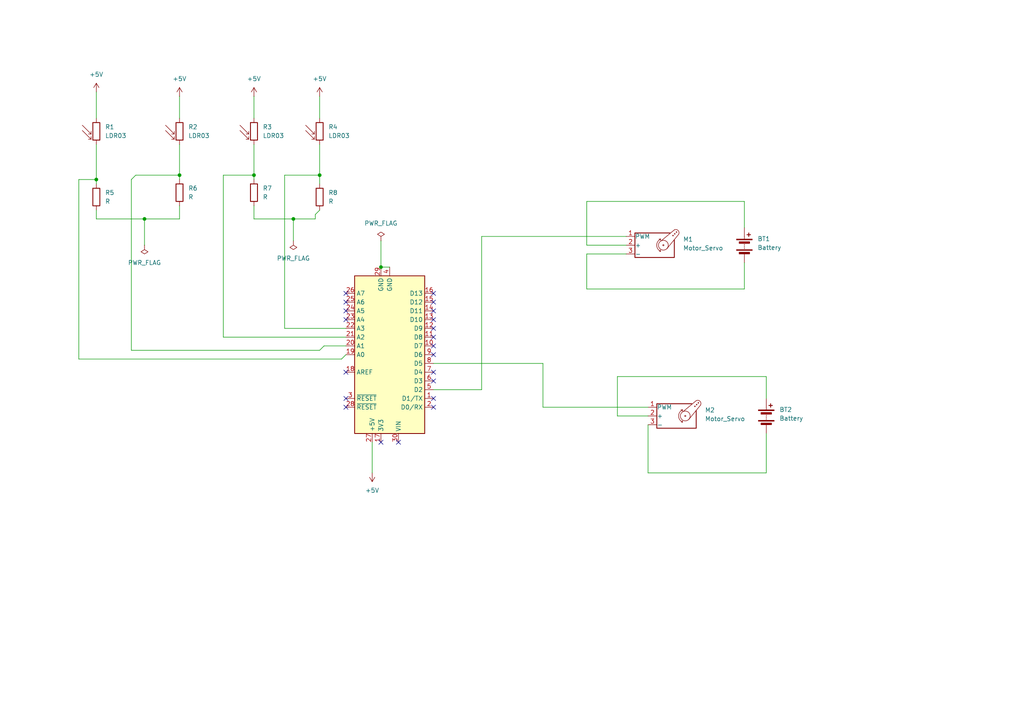
<source format=kicad_sch>
(kicad_sch
	(version 20231120)
	(generator "eeschema")
	(generator_version "8.0")
	(uuid "d4513de3-a094-4852-9197-9f4d20623f1d")
	(paper "A4")
	(lib_symbols
		(symbol "Device:Battery"
			(pin_numbers hide)
			(pin_names
				(offset 0) hide)
			(exclude_from_sim no)
			(in_bom yes)
			(on_board yes)
			(property "Reference" "BT"
				(at 2.54 2.54 0)
				(effects
					(font
						(size 1.27 1.27)
					)
					(justify left)
				)
			)
			(property "Value" "Battery"
				(at 2.54 0 0)
				(effects
					(font
						(size 1.27 1.27)
					)
					(justify left)
				)
			)
			(property "Footprint" ""
				(at 0 1.524 90)
				(effects
					(font
						(size 1.27 1.27)
					)
					(hide yes)
				)
			)
			(property "Datasheet" "~"
				(at 0 1.524 90)
				(effects
					(font
						(size 1.27 1.27)
					)
					(hide yes)
				)
			)
			(property "Description" "Multiple-cell battery"
				(at 0 0 0)
				(effects
					(font
						(size 1.27 1.27)
					)
					(hide yes)
				)
			)
			(property "ki_keywords" "batt voltage-source cell"
				(at 0 0 0)
				(effects
					(font
						(size 1.27 1.27)
					)
					(hide yes)
				)
			)
			(symbol "Battery_0_1"
				(rectangle
					(start -2.286 -1.27)
					(end 2.286 -1.524)
					(stroke
						(width 0)
						(type default)
					)
					(fill
						(type outline)
					)
				)
				(rectangle
					(start -2.286 1.778)
					(end 2.286 1.524)
					(stroke
						(width 0)
						(type default)
					)
					(fill
						(type outline)
					)
				)
				(rectangle
					(start -1.524 -2.032)
					(end 1.524 -2.54)
					(stroke
						(width 0)
						(type default)
					)
					(fill
						(type outline)
					)
				)
				(rectangle
					(start -1.524 1.016)
					(end 1.524 0.508)
					(stroke
						(width 0)
						(type default)
					)
					(fill
						(type outline)
					)
				)
				(polyline
					(pts
						(xy 0 -1.016) (xy 0 -0.762)
					)
					(stroke
						(width 0)
						(type default)
					)
					(fill
						(type none)
					)
				)
				(polyline
					(pts
						(xy 0 -0.508) (xy 0 -0.254)
					)
					(stroke
						(width 0)
						(type default)
					)
					(fill
						(type none)
					)
				)
				(polyline
					(pts
						(xy 0 0) (xy 0 0.254)
					)
					(stroke
						(width 0)
						(type default)
					)
					(fill
						(type none)
					)
				)
				(polyline
					(pts
						(xy 0 1.778) (xy 0 2.54)
					)
					(stroke
						(width 0)
						(type default)
					)
					(fill
						(type none)
					)
				)
				(polyline
					(pts
						(xy 0.762 3.048) (xy 1.778 3.048)
					)
					(stroke
						(width 0.254)
						(type default)
					)
					(fill
						(type none)
					)
				)
				(polyline
					(pts
						(xy 1.27 3.556) (xy 1.27 2.54)
					)
					(stroke
						(width 0.254)
						(type default)
					)
					(fill
						(type none)
					)
				)
			)
			(symbol "Battery_1_1"
				(pin passive line
					(at 0 5.08 270)
					(length 2.54)
					(name "+"
						(effects
							(font
								(size 1.27 1.27)
							)
						)
					)
					(number "1"
						(effects
							(font
								(size 1.27 1.27)
							)
						)
					)
				)
				(pin passive line
					(at 0 -5.08 90)
					(length 2.54)
					(name "-"
						(effects
							(font
								(size 1.27 1.27)
							)
						)
					)
					(number "2"
						(effects
							(font
								(size 1.27 1.27)
							)
						)
					)
				)
			)
		)
		(symbol "Device:R"
			(pin_numbers hide)
			(pin_names
				(offset 0)
			)
			(exclude_from_sim no)
			(in_bom yes)
			(on_board yes)
			(property "Reference" "R"
				(at 2.032 0 90)
				(effects
					(font
						(size 1.27 1.27)
					)
				)
			)
			(property "Value" "R"
				(at 0 0 90)
				(effects
					(font
						(size 1.27 1.27)
					)
				)
			)
			(property "Footprint" ""
				(at -1.778 0 90)
				(effects
					(font
						(size 1.27 1.27)
					)
					(hide yes)
				)
			)
			(property "Datasheet" "~"
				(at 0 0 0)
				(effects
					(font
						(size 1.27 1.27)
					)
					(hide yes)
				)
			)
			(property "Description" "Resistor"
				(at 0 0 0)
				(effects
					(font
						(size 1.27 1.27)
					)
					(hide yes)
				)
			)
			(property "ki_keywords" "R res resistor"
				(at 0 0 0)
				(effects
					(font
						(size 1.27 1.27)
					)
					(hide yes)
				)
			)
			(property "ki_fp_filters" "R_*"
				(at 0 0 0)
				(effects
					(font
						(size 1.27 1.27)
					)
					(hide yes)
				)
			)
			(symbol "R_0_1"
				(rectangle
					(start -1.016 -2.54)
					(end 1.016 2.54)
					(stroke
						(width 0.254)
						(type default)
					)
					(fill
						(type none)
					)
				)
			)
			(symbol "R_1_1"
				(pin passive line
					(at 0 3.81 270)
					(length 1.27)
					(name "~"
						(effects
							(font
								(size 1.27 1.27)
							)
						)
					)
					(number "1"
						(effects
							(font
								(size 1.27 1.27)
							)
						)
					)
				)
				(pin passive line
					(at 0 -3.81 90)
					(length 1.27)
					(name "~"
						(effects
							(font
								(size 1.27 1.27)
							)
						)
					)
					(number "2"
						(effects
							(font
								(size 1.27 1.27)
							)
						)
					)
				)
			)
		)
		(symbol "MCU_Module:Arduino_Nano_v2.x"
			(exclude_from_sim no)
			(in_bom yes)
			(on_board yes)
			(property "Reference" "A"
				(at -10.16 23.495 0)
				(effects
					(font
						(size 1.27 1.27)
					)
					(justify left bottom)
				)
			)
			(property "Value" "Arduino_Nano_v2.x"
				(at 5.08 -24.13 0)
				(effects
					(font
						(size 1.27 1.27)
					)
					(justify left top)
				)
			)
			(property "Footprint" "Module:Arduino_Nano"
				(at 0 0 0)
				(effects
					(font
						(size 1.27 1.27)
						(italic yes)
					)
					(hide yes)
				)
			)
			(property "Datasheet" "https://www.arduino.cc/en/uploads/Main/ArduinoNanoManual23.pdf"
				(at 0 0 0)
				(effects
					(font
						(size 1.27 1.27)
					)
					(hide yes)
				)
			)
			(property "Description" "Arduino Nano v2.x"
				(at 0 0 0)
				(effects
					(font
						(size 1.27 1.27)
					)
					(hide yes)
				)
			)
			(property "ki_keywords" "Arduino nano microcontroller module USB"
				(at 0 0 0)
				(effects
					(font
						(size 1.27 1.27)
					)
					(hide yes)
				)
			)
			(property "ki_fp_filters" "Arduino*Nano*"
				(at 0 0 0)
				(effects
					(font
						(size 1.27 1.27)
					)
					(hide yes)
				)
			)
			(symbol "Arduino_Nano_v2.x_0_1"
				(rectangle
					(start -10.16 22.86)
					(end 10.16 -22.86)
					(stroke
						(width 0.254)
						(type default)
					)
					(fill
						(type background)
					)
				)
			)
			(symbol "Arduino_Nano_v2.x_1_1"
				(pin bidirectional line
					(at -12.7 12.7 0)
					(length 2.54)
					(name "D1/TX"
						(effects
							(font
								(size 1.27 1.27)
							)
						)
					)
					(number "1"
						(effects
							(font
								(size 1.27 1.27)
							)
						)
					)
				)
				(pin bidirectional line
					(at -12.7 -2.54 0)
					(length 2.54)
					(name "D7"
						(effects
							(font
								(size 1.27 1.27)
							)
						)
					)
					(number "10"
						(effects
							(font
								(size 1.27 1.27)
							)
						)
					)
				)
				(pin bidirectional line
					(at -12.7 -5.08 0)
					(length 2.54)
					(name "D8"
						(effects
							(font
								(size 1.27 1.27)
							)
						)
					)
					(number "11"
						(effects
							(font
								(size 1.27 1.27)
							)
						)
					)
				)
				(pin bidirectional line
					(at -12.7 -7.62 0)
					(length 2.54)
					(name "D9"
						(effects
							(font
								(size 1.27 1.27)
							)
						)
					)
					(number "12"
						(effects
							(font
								(size 1.27 1.27)
							)
						)
					)
				)
				(pin bidirectional line
					(at -12.7 -10.16 0)
					(length 2.54)
					(name "D10"
						(effects
							(font
								(size 1.27 1.27)
							)
						)
					)
					(number "13"
						(effects
							(font
								(size 1.27 1.27)
							)
						)
					)
				)
				(pin bidirectional line
					(at -12.7 -12.7 0)
					(length 2.54)
					(name "D11"
						(effects
							(font
								(size 1.27 1.27)
							)
						)
					)
					(number "14"
						(effects
							(font
								(size 1.27 1.27)
							)
						)
					)
				)
				(pin bidirectional line
					(at -12.7 -15.24 0)
					(length 2.54)
					(name "D12"
						(effects
							(font
								(size 1.27 1.27)
							)
						)
					)
					(number "15"
						(effects
							(font
								(size 1.27 1.27)
							)
						)
					)
				)
				(pin bidirectional line
					(at -12.7 -17.78 0)
					(length 2.54)
					(name "D13"
						(effects
							(font
								(size 1.27 1.27)
							)
						)
					)
					(number "16"
						(effects
							(font
								(size 1.27 1.27)
							)
						)
					)
				)
				(pin power_out line
					(at 2.54 25.4 270)
					(length 2.54)
					(name "3V3"
						(effects
							(font
								(size 1.27 1.27)
							)
						)
					)
					(number "17"
						(effects
							(font
								(size 1.27 1.27)
							)
						)
					)
				)
				(pin input line
					(at 12.7 5.08 180)
					(length 2.54)
					(name "AREF"
						(effects
							(font
								(size 1.27 1.27)
							)
						)
					)
					(number "18"
						(effects
							(font
								(size 1.27 1.27)
							)
						)
					)
				)
				(pin bidirectional line
					(at 12.7 0 180)
					(length 2.54)
					(name "A0"
						(effects
							(font
								(size 1.27 1.27)
							)
						)
					)
					(number "19"
						(effects
							(font
								(size 1.27 1.27)
							)
						)
					)
				)
				(pin bidirectional line
					(at -12.7 15.24 0)
					(length 2.54)
					(name "D0/RX"
						(effects
							(font
								(size 1.27 1.27)
							)
						)
					)
					(number "2"
						(effects
							(font
								(size 1.27 1.27)
							)
						)
					)
				)
				(pin bidirectional line
					(at 12.7 -2.54 180)
					(length 2.54)
					(name "A1"
						(effects
							(font
								(size 1.27 1.27)
							)
						)
					)
					(number "20"
						(effects
							(font
								(size 1.27 1.27)
							)
						)
					)
				)
				(pin bidirectional line
					(at 12.7 -5.08 180)
					(length 2.54)
					(name "A2"
						(effects
							(font
								(size 1.27 1.27)
							)
						)
					)
					(number "21"
						(effects
							(font
								(size 1.27 1.27)
							)
						)
					)
				)
				(pin bidirectional line
					(at 12.7 -7.62 180)
					(length 2.54)
					(name "A3"
						(effects
							(font
								(size 1.27 1.27)
							)
						)
					)
					(number "22"
						(effects
							(font
								(size 1.27 1.27)
							)
						)
					)
				)
				(pin bidirectional line
					(at 12.7 -10.16 180)
					(length 2.54)
					(name "A4"
						(effects
							(font
								(size 1.27 1.27)
							)
						)
					)
					(number "23"
						(effects
							(font
								(size 1.27 1.27)
							)
						)
					)
				)
				(pin bidirectional line
					(at 12.7 -12.7 180)
					(length 2.54)
					(name "A5"
						(effects
							(font
								(size 1.27 1.27)
							)
						)
					)
					(number "24"
						(effects
							(font
								(size 1.27 1.27)
							)
						)
					)
				)
				(pin bidirectional line
					(at 12.7 -15.24 180)
					(length 2.54)
					(name "A6"
						(effects
							(font
								(size 1.27 1.27)
							)
						)
					)
					(number "25"
						(effects
							(font
								(size 1.27 1.27)
							)
						)
					)
				)
				(pin bidirectional line
					(at 12.7 -17.78 180)
					(length 2.54)
					(name "A7"
						(effects
							(font
								(size 1.27 1.27)
							)
						)
					)
					(number "26"
						(effects
							(font
								(size 1.27 1.27)
							)
						)
					)
				)
				(pin power_out line
					(at 5.08 25.4 270)
					(length 2.54)
					(name "+5V"
						(effects
							(font
								(size 1.27 1.27)
							)
						)
					)
					(number "27"
						(effects
							(font
								(size 1.27 1.27)
							)
						)
					)
				)
				(pin input line
					(at 12.7 15.24 180)
					(length 2.54)
					(name "~{RESET}"
						(effects
							(font
								(size 1.27 1.27)
							)
						)
					)
					(number "28"
						(effects
							(font
								(size 1.27 1.27)
							)
						)
					)
				)
				(pin power_in line
					(at 2.54 -25.4 90)
					(length 2.54)
					(name "GND"
						(effects
							(font
								(size 1.27 1.27)
							)
						)
					)
					(number "29"
						(effects
							(font
								(size 1.27 1.27)
							)
						)
					)
				)
				(pin input line
					(at 12.7 12.7 180)
					(length 2.54)
					(name "~{RESET}"
						(effects
							(font
								(size 1.27 1.27)
							)
						)
					)
					(number "3"
						(effects
							(font
								(size 1.27 1.27)
							)
						)
					)
				)
				(pin power_in line
					(at -2.54 25.4 270)
					(length 2.54)
					(name "VIN"
						(effects
							(font
								(size 1.27 1.27)
							)
						)
					)
					(number "30"
						(effects
							(font
								(size 1.27 1.27)
							)
						)
					)
				)
				(pin power_in line
					(at 0 -25.4 90)
					(length 2.54)
					(name "GND"
						(effects
							(font
								(size 1.27 1.27)
							)
						)
					)
					(number "4"
						(effects
							(font
								(size 1.27 1.27)
							)
						)
					)
				)
				(pin bidirectional line
					(at -12.7 10.16 0)
					(length 2.54)
					(name "D2"
						(effects
							(font
								(size 1.27 1.27)
							)
						)
					)
					(number "5"
						(effects
							(font
								(size 1.27 1.27)
							)
						)
					)
				)
				(pin bidirectional line
					(at -12.7 7.62 0)
					(length 2.54)
					(name "D3"
						(effects
							(font
								(size 1.27 1.27)
							)
						)
					)
					(number "6"
						(effects
							(font
								(size 1.27 1.27)
							)
						)
					)
				)
				(pin bidirectional line
					(at -12.7 5.08 0)
					(length 2.54)
					(name "D4"
						(effects
							(font
								(size 1.27 1.27)
							)
						)
					)
					(number "7"
						(effects
							(font
								(size 1.27 1.27)
							)
						)
					)
				)
				(pin bidirectional line
					(at -12.7 2.54 0)
					(length 2.54)
					(name "D5"
						(effects
							(font
								(size 1.27 1.27)
							)
						)
					)
					(number "8"
						(effects
							(font
								(size 1.27 1.27)
							)
						)
					)
				)
				(pin bidirectional line
					(at -12.7 0 0)
					(length 2.54)
					(name "D6"
						(effects
							(font
								(size 1.27 1.27)
							)
						)
					)
					(number "9"
						(effects
							(font
								(size 1.27 1.27)
							)
						)
					)
				)
			)
		)
		(symbol "Motor:Motor_Servo"
			(pin_names
				(offset 0.0254)
			)
			(exclude_from_sim no)
			(in_bom yes)
			(on_board yes)
			(property "Reference" "M"
				(at -5.08 4.445 0)
				(effects
					(font
						(size 1.27 1.27)
					)
					(justify left)
				)
			)
			(property "Value" "Motor_Servo"
				(at -5.08 -4.064 0)
				(effects
					(font
						(size 1.27 1.27)
					)
					(justify left top)
				)
			)
			(property "Footprint" ""
				(at 0 -4.826 0)
				(effects
					(font
						(size 1.27 1.27)
					)
					(hide yes)
				)
			)
			(property "Datasheet" "http://forums.parallax.com/uploads/attachments/46831/74481.png"
				(at 0 -4.826 0)
				(effects
					(font
						(size 1.27 1.27)
					)
					(hide yes)
				)
			)
			(property "Description" "Servo Motor (Futaba, HiTec, JR connector)"
				(at 0 0 0)
				(effects
					(font
						(size 1.27 1.27)
					)
					(hide yes)
				)
			)
			(property "ki_keywords" "Servo Motor"
				(at 0 0 0)
				(effects
					(font
						(size 1.27 1.27)
					)
					(hide yes)
				)
			)
			(property "ki_fp_filters" "PinHeader*P2.54mm*"
				(at 0 0 0)
				(effects
					(font
						(size 1.27 1.27)
					)
					(hide yes)
				)
			)
			(symbol "Motor_Servo_0_1"
				(polyline
					(pts
						(xy 2.413 -1.778) (xy 2.032 -1.778)
					)
					(stroke
						(width 0)
						(type default)
					)
					(fill
						(type none)
					)
				)
				(polyline
					(pts
						(xy 2.413 -1.778) (xy 2.286 -1.397)
					)
					(stroke
						(width 0)
						(type default)
					)
					(fill
						(type none)
					)
				)
				(polyline
					(pts
						(xy 2.413 1.778) (xy 1.905 1.778)
					)
					(stroke
						(width 0)
						(type default)
					)
					(fill
						(type none)
					)
				)
				(polyline
					(pts
						(xy 2.413 1.778) (xy 2.286 1.397)
					)
					(stroke
						(width 0)
						(type default)
					)
					(fill
						(type none)
					)
				)
				(polyline
					(pts
						(xy 6.35 4.445) (xy 2.54 1.27)
					)
					(stroke
						(width 0)
						(type default)
					)
					(fill
						(type none)
					)
				)
				(polyline
					(pts
						(xy 7.62 3.175) (xy 4.191 -1.016)
					)
					(stroke
						(width 0)
						(type default)
					)
					(fill
						(type none)
					)
				)
				(polyline
					(pts
						(xy 5.08 3.556) (xy -5.08 3.556) (xy -5.08 -3.556) (xy 6.35 -3.556) (xy 6.35 1.524)
					)
					(stroke
						(width 0.254)
						(type default)
					)
					(fill
						(type none)
					)
				)
				(arc
					(start 2.413 1.778)
					(mid 1.2406 0)
					(end 2.413 -1.778)
					(stroke
						(width 0)
						(type default)
					)
					(fill
						(type none)
					)
				)
				(circle
					(center 3.175 0)
					(radius 0.1778)
					(stroke
						(width 0)
						(type default)
					)
					(fill
						(type none)
					)
				)
				(circle
					(center 3.175 0)
					(radius 1.4224)
					(stroke
						(width 0)
						(type default)
					)
					(fill
						(type none)
					)
				)
				(circle
					(center 5.969 2.794)
					(radius 0.127)
					(stroke
						(width 0)
						(type default)
					)
					(fill
						(type none)
					)
				)
				(circle
					(center 6.477 3.302)
					(radius 0.127)
					(stroke
						(width 0)
						(type default)
					)
					(fill
						(type none)
					)
				)
				(circle
					(center 6.985 3.81)
					(radius 0.127)
					(stroke
						(width 0)
						(type default)
					)
					(fill
						(type none)
					)
				)
				(arc
					(start 7.62 3.175)
					(mid 7.4485 4.2735)
					(end 6.35 4.445)
					(stroke
						(width 0)
						(type default)
					)
					(fill
						(type none)
					)
				)
			)
			(symbol "Motor_Servo_1_1"
				(pin passive line
					(at -7.62 2.54 0)
					(length 2.54)
					(name "PWM"
						(effects
							(font
								(size 1.27 1.27)
							)
						)
					)
					(number "1"
						(effects
							(font
								(size 1.27 1.27)
							)
						)
					)
				)
				(pin passive line
					(at -7.62 0 0)
					(length 2.54)
					(name "+"
						(effects
							(font
								(size 1.27 1.27)
							)
						)
					)
					(number "2"
						(effects
							(font
								(size 1.27 1.27)
							)
						)
					)
				)
				(pin passive line
					(at -7.62 -2.54 0)
					(length 2.54)
					(name "-"
						(effects
							(font
								(size 1.27 1.27)
							)
						)
					)
					(number "3"
						(effects
							(font
								(size 1.27 1.27)
							)
						)
					)
				)
			)
		)
		(symbol "Sensor_Optical:LDR03"
			(pin_numbers hide)
			(pin_names
				(offset 0)
			)
			(exclude_from_sim no)
			(in_bom yes)
			(on_board yes)
			(property "Reference" "R"
				(at -5.08 0 90)
				(effects
					(font
						(size 1.27 1.27)
					)
				)
			)
			(property "Value" "LDR03"
				(at 1.905 0 90)
				(effects
					(font
						(size 1.27 1.27)
					)
					(justify top)
				)
			)
			(property "Footprint" "OptoDevice:R_LDR_10x8.5mm_P7.6mm_Vertical"
				(at 4.445 0 90)
				(effects
					(font
						(size 1.27 1.27)
					)
					(hide yes)
				)
			)
			(property "Datasheet" "http://www.elektronica-componenten.nl/WebRoot/StoreNL/Shops/61422969/54F1/BA0C/C664/31B9/2173/C0A8/2AB9/2AEF/LDR03IMP.pdf"
				(at 0 -1.27 0)
				(effects
					(font
						(size 1.27 1.27)
					)
					(hide yes)
				)
			)
			(property "Description" "light dependent resistor"
				(at 0 0 0)
				(effects
					(font
						(size 1.27 1.27)
					)
					(hide yes)
				)
			)
			(property "ki_keywords" "light dependent photo resistor LDR"
				(at 0 0 0)
				(effects
					(font
						(size 1.27 1.27)
					)
					(hide yes)
				)
			)
			(property "ki_fp_filters" "R*LDR*10x8.5mm*P7.6mm*"
				(at 0 0 0)
				(effects
					(font
						(size 1.27 1.27)
					)
					(hide yes)
				)
			)
			(symbol "LDR03_0_1"
				(rectangle
					(start -1.016 2.54)
					(end 1.016 -2.54)
					(stroke
						(width 0.254)
						(type default)
					)
					(fill
						(type none)
					)
				)
				(polyline
					(pts
						(xy -1.524 -2.286) (xy -4.064 0.254)
					)
					(stroke
						(width 0)
						(type default)
					)
					(fill
						(type none)
					)
				)
				(polyline
					(pts
						(xy -1.524 -2.286) (xy -2.286 -2.286)
					)
					(stroke
						(width 0)
						(type default)
					)
					(fill
						(type none)
					)
				)
				(polyline
					(pts
						(xy -1.524 -2.286) (xy -1.524 -1.524)
					)
					(stroke
						(width 0)
						(type default)
					)
					(fill
						(type none)
					)
				)
				(polyline
					(pts
						(xy -1.524 -0.762) (xy -4.064 1.778)
					)
					(stroke
						(width 0)
						(type default)
					)
					(fill
						(type none)
					)
				)
				(polyline
					(pts
						(xy -1.524 -0.762) (xy -2.286 -0.762)
					)
					(stroke
						(width 0)
						(type default)
					)
					(fill
						(type none)
					)
				)
				(polyline
					(pts
						(xy -1.524 -0.762) (xy -1.524 0)
					)
					(stroke
						(width 0)
						(type default)
					)
					(fill
						(type none)
					)
				)
			)
			(symbol "LDR03_1_1"
				(pin passive line
					(at 0 3.81 270)
					(length 1.27)
					(name "~"
						(effects
							(font
								(size 1.27 1.27)
							)
						)
					)
					(number "1"
						(effects
							(font
								(size 1.27 1.27)
							)
						)
					)
				)
				(pin passive line
					(at 0 -3.81 90)
					(length 1.27)
					(name "~"
						(effects
							(font
								(size 1.27 1.27)
							)
						)
					)
					(number "2"
						(effects
							(font
								(size 1.27 1.27)
							)
						)
					)
				)
			)
		)
		(symbol "power:+5V"
			(power)
			(pin_numbers hide)
			(pin_names
				(offset 0) hide)
			(exclude_from_sim no)
			(in_bom yes)
			(on_board yes)
			(property "Reference" "#PWR"
				(at 0 -3.81 0)
				(effects
					(font
						(size 1.27 1.27)
					)
					(hide yes)
				)
			)
			(property "Value" "+5V"
				(at 0 3.556 0)
				(effects
					(font
						(size 1.27 1.27)
					)
				)
			)
			(property "Footprint" ""
				(at 0 0 0)
				(effects
					(font
						(size 1.27 1.27)
					)
					(hide yes)
				)
			)
			(property "Datasheet" ""
				(at 0 0 0)
				(effects
					(font
						(size 1.27 1.27)
					)
					(hide yes)
				)
			)
			(property "Description" "Power symbol creates a global label with name \"+5V\""
				(at 0 0 0)
				(effects
					(font
						(size 1.27 1.27)
					)
					(hide yes)
				)
			)
			(property "ki_keywords" "global power"
				(at 0 0 0)
				(effects
					(font
						(size 1.27 1.27)
					)
					(hide yes)
				)
			)
			(symbol "+5V_0_1"
				(polyline
					(pts
						(xy -0.762 1.27) (xy 0 2.54)
					)
					(stroke
						(width 0)
						(type default)
					)
					(fill
						(type none)
					)
				)
				(polyline
					(pts
						(xy 0 0) (xy 0 2.54)
					)
					(stroke
						(width 0)
						(type default)
					)
					(fill
						(type none)
					)
				)
				(polyline
					(pts
						(xy 0 2.54) (xy 0.762 1.27)
					)
					(stroke
						(width 0)
						(type default)
					)
					(fill
						(type none)
					)
				)
			)
			(symbol "+5V_1_1"
				(pin power_in line
					(at 0 0 90)
					(length 0)
					(name "~"
						(effects
							(font
								(size 1.27 1.27)
							)
						)
					)
					(number "1"
						(effects
							(font
								(size 1.27 1.27)
							)
						)
					)
				)
			)
		)
		(symbol "power:PWR_FLAG"
			(power)
			(pin_numbers hide)
			(pin_names
				(offset 0) hide)
			(exclude_from_sim no)
			(in_bom yes)
			(on_board yes)
			(property "Reference" "#FLG"
				(at 0 1.905 0)
				(effects
					(font
						(size 1.27 1.27)
					)
					(hide yes)
				)
			)
			(property "Value" "PWR_FLAG"
				(at 0 3.81 0)
				(effects
					(font
						(size 1.27 1.27)
					)
				)
			)
			(property "Footprint" ""
				(at 0 0 0)
				(effects
					(font
						(size 1.27 1.27)
					)
					(hide yes)
				)
			)
			(property "Datasheet" "~"
				(at 0 0 0)
				(effects
					(font
						(size 1.27 1.27)
					)
					(hide yes)
				)
			)
			(property "Description" "Special symbol for telling ERC where power comes from"
				(at 0 0 0)
				(effects
					(font
						(size 1.27 1.27)
					)
					(hide yes)
				)
			)
			(property "ki_keywords" "flag power"
				(at 0 0 0)
				(effects
					(font
						(size 1.27 1.27)
					)
					(hide yes)
				)
			)
			(symbol "PWR_FLAG_0_0"
				(pin power_out line
					(at 0 0 90)
					(length 0)
					(name "~"
						(effects
							(font
								(size 1.27 1.27)
							)
						)
					)
					(number "1"
						(effects
							(font
								(size 1.27 1.27)
							)
						)
					)
				)
			)
			(symbol "PWR_FLAG_0_1"
				(polyline
					(pts
						(xy 0 0) (xy 0 1.27) (xy -1.016 1.905) (xy 0 2.54) (xy 1.016 1.905) (xy 0 1.27)
					)
					(stroke
						(width 0)
						(type default)
					)
					(fill
						(type none)
					)
				)
			)
		)
	)
	(junction
		(at 27.94 52.07)
		(diameter 0)
		(color 0 0 0 0)
		(uuid "02d62d43-d169-4961-b974-5a6009ae7a4a")
	)
	(junction
		(at 52.07 50.8)
		(diameter 0)
		(color 0 0 0 0)
		(uuid "1fa00109-31f1-40f8-9880-d7f471cc2e86")
	)
	(junction
		(at 41.91 63.5)
		(diameter 0)
		(color 0 0 0 0)
		(uuid "31eb457f-52b3-48ff-9b0e-58d12d575427")
	)
	(junction
		(at 92.71 50.8)
		(diameter 0)
		(color 0 0 0 0)
		(uuid "3c5d61e7-3fc3-462f-bc46-6d8caefeea49")
	)
	(junction
		(at 110.49 77.47)
		(diameter 0)
		(color 0 0 0 0)
		(uuid "77f95ba8-f2fe-4f69-944e-9ab43b08a09f")
	)
	(junction
		(at 85.09 63.5)
		(diameter 0)
		(color 0 0 0 0)
		(uuid "96d806c1-66e4-4abd-8911-a518a00f5823")
	)
	(junction
		(at 73.66 50.8)
		(diameter 0)
		(color 0 0 0 0)
		(uuid "d3ff85c6-8a93-4668-98df-f8dd8da27e21")
	)
	(no_connect
		(at 115.57 128.27)
		(uuid "20c19c97-e5c7-4b3e-b61c-eb3c7a5db201")
	)
	(no_connect
		(at 110.49 128.27)
		(uuid "2849f8d4-f4f3-4344-b8a0-1a0f43c34434")
	)
	(no_connect
		(at 100.33 115.57)
		(uuid "3f143926-970e-44d4-ae9d-5a6bdbd72086")
	)
	(no_connect
		(at 125.73 92.71)
		(uuid "4d52b62b-187e-4eb7-b084-5d87206a8a5e")
	)
	(no_connect
		(at 100.33 87.63)
		(uuid "4ee2912a-0f36-43b8-995d-2772c3533630")
	)
	(no_connect
		(at 125.73 95.25)
		(uuid "50eef83a-16bb-41c0-a9c7-22d7b029fa53")
	)
	(no_connect
		(at 125.73 90.17)
		(uuid "5654e38f-95cc-4a53-99ee-35cbbfe25df8")
	)
	(no_connect
		(at 125.73 97.79)
		(uuid "5d188049-c47d-4039-9c6d-50028410eaef")
	)
	(no_connect
		(at 125.73 102.87)
		(uuid "60d82d28-15ca-4c0f-a5db-9de491dd5b22")
	)
	(no_connect
		(at 125.73 118.11)
		(uuid "79a53705-17bc-4ee6-8527-b793af64ca93")
	)
	(no_connect
		(at 125.73 85.09)
		(uuid "84b9c46a-4ee4-4b98-bd0e-372e83a7a9c7")
	)
	(no_connect
		(at 100.33 118.11)
		(uuid "8b1b7ca8-ee83-424d-bf44-88d50f10c400")
	)
	(no_connect
		(at 100.33 90.17)
		(uuid "8f9c352a-6da0-4307-a417-aaca5af8585c")
	)
	(no_connect
		(at 125.73 100.33)
		(uuid "98420169-8cf7-4e4f-a894-20f070330f48")
	)
	(no_connect
		(at 100.33 107.95)
		(uuid "b62e5f27-7b8d-40b5-962f-59928ea77881")
	)
	(no_connect
		(at 100.33 92.71)
		(uuid "b7883b97-c8d3-41d0-889c-4fbc4243a40a")
	)
	(no_connect
		(at 100.33 85.09)
		(uuid "ba77981c-5103-4fcf-9a2c-d5e9d8a7eae5")
	)
	(no_connect
		(at 125.73 87.63)
		(uuid "e4e6ab39-48d0-41a7-b375-2eb5e7d1be83")
	)
	(no_connect
		(at 125.73 110.49)
		(uuid "e8b9d503-7a18-4cf1-853e-4ffbd1912462")
	)
	(no_connect
		(at 125.73 115.57)
		(uuid "ee8168af-0475-4744-a71c-777a840154d4")
	)
	(no_connect
		(at 125.73 107.95)
		(uuid "f66e2272-c6ea-43c2-83d9-a56cb946b320")
	)
	(wire
		(pts
			(xy 215.9 58.42) (xy 215.9 66.04)
		)
		(stroke
			(width 0)
			(type default)
		)
		(uuid "061d0e10-d930-491d-9c14-cda0df3b4e94")
	)
	(wire
		(pts
			(xy 125.73 105.41) (xy 157.48 105.41)
		)
		(stroke
			(width 0)
			(type default)
		)
		(uuid "079a071c-9faf-45c7-9d96-fc4e9b3ff812")
	)
	(wire
		(pts
			(xy 92.71 50.8) (xy 92.71 53.34)
		)
		(stroke
			(width 0)
			(type default)
		)
		(uuid "09a36e21-b883-432e-ac9b-1a70608d0727")
	)
	(wire
		(pts
			(xy 222.25 109.22) (xy 222.25 115.57)
		)
		(stroke
			(width 0)
			(type default)
		)
		(uuid "0d354f05-d8b6-4942-bb76-b19dbff65b1e")
	)
	(wire
		(pts
			(xy 179.07 120.65) (xy 187.96 120.65)
		)
		(stroke
			(width 0)
			(type default)
		)
		(uuid "11134bce-16fc-4881-954d-c456b13dc9f2")
	)
	(wire
		(pts
			(xy 92.71 41.91) (xy 92.71 50.8)
		)
		(stroke
			(width 0)
			(type default)
		)
		(uuid "11755968-1d60-45c9-9ee2-7ccc78736452")
	)
	(wire
		(pts
			(xy 73.66 27.94) (xy 73.66 34.29)
		)
		(stroke
			(width 0)
			(type default)
		)
		(uuid "1ca13998-5f9c-4783-98eb-4634562d4e88")
	)
	(wire
		(pts
			(xy 93.98 100.33) (xy 100.33 100.33)
		)
		(stroke
			(width 0)
			(type default)
		)
		(uuid "1ef01b4e-bab9-4a71-8863-20de50013757")
	)
	(wire
		(pts
			(xy 22.86 104.14) (xy 99.06 104.14)
		)
		(stroke
			(width 0)
			(type default)
		)
		(uuid "2339bf2d-6d17-4659-a09f-d32634a82278")
	)
	(wire
		(pts
			(xy 73.66 59.69) (xy 73.66 63.5)
		)
		(stroke
			(width 0)
			(type default)
		)
		(uuid "260dc15f-17a9-4419-a678-29de041e1c34")
	)
	(wire
		(pts
			(xy 27.94 52.07) (xy 27.94 53.34)
		)
		(stroke
			(width 0)
			(type default)
		)
		(uuid "2c469929-b44f-4e38-b68e-5c68d692f1c9")
	)
	(wire
		(pts
			(xy 215.9 76.2) (xy 215.9 83.82)
		)
		(stroke
			(width 0)
			(type default)
		)
		(uuid "2c7be74b-6dee-4d21-b87e-37668852020b")
	)
	(wire
		(pts
			(xy 170.18 73.66) (xy 181.61 73.66)
		)
		(stroke
			(width 0)
			(type default)
		)
		(uuid "31d17e4f-3d3f-4428-aec4-348901493783")
	)
	(wire
		(pts
			(xy 52.07 50.8) (xy 39.37 50.8)
		)
		(stroke
			(width 0)
			(type default)
		)
		(uuid "37087282-9851-40a4-bf37-c260e97ebb5e")
	)
	(wire
		(pts
			(xy 27.94 41.91) (xy 27.94 52.07)
		)
		(stroke
			(width 0)
			(type default)
		)
		(uuid "3affa88a-17ef-43fb-99dc-b8d9c9cbd453")
	)
	(wire
		(pts
			(xy 139.7 68.58) (xy 139.7 113.03)
		)
		(stroke
			(width 0)
			(type default)
		)
		(uuid "3c0d8180-0b76-4fce-ab3c-544028f84117")
	)
	(wire
		(pts
			(xy 92.71 27.94) (xy 92.71 34.29)
		)
		(stroke
			(width 0)
			(type default)
		)
		(uuid "462b71ee-0151-4d65-a9a1-96db2c877955")
	)
	(wire
		(pts
			(xy 64.77 50.8) (xy 64.77 97.79)
		)
		(stroke
			(width 0)
			(type default)
		)
		(uuid "46a47696-a0ca-4f8b-9071-a61ce4b3d2d5")
	)
	(wire
		(pts
			(xy 179.07 109.22) (xy 222.25 109.22)
		)
		(stroke
			(width 0)
			(type default)
		)
		(uuid "481b6e72-ce9d-4a1d-8fdf-be9b5b0efc34")
	)
	(wire
		(pts
			(xy 41.91 63.5) (xy 52.07 63.5)
		)
		(stroke
			(width 0)
			(type default)
		)
		(uuid "4eac7673-a1ae-498c-a4a8-775d80d6320b")
	)
	(wire
		(pts
			(xy 107.95 128.27) (xy 107.95 137.16)
		)
		(stroke
			(width 0)
			(type default)
		)
		(uuid "50da20a1-51e5-4070-b0c5-a4e1736beb55")
	)
	(wire
		(pts
			(xy 52.07 59.69) (xy 52.07 63.5)
		)
		(stroke
			(width 0)
			(type default)
		)
		(uuid "51401d32-2dcf-49e2-98be-4f82cc6f62af")
	)
	(wire
		(pts
			(xy 157.48 105.41) (xy 157.48 118.11)
		)
		(stroke
			(width 0)
			(type default)
		)
		(uuid "5ca16e73-4fe7-4c6a-8418-5908add6795e")
	)
	(wire
		(pts
			(xy 125.73 113.03) (xy 139.7 113.03)
		)
		(stroke
			(width 0)
			(type default)
		)
		(uuid "5cc49ed4-2762-4858-a800-0adeb6496b6d")
	)
	(wire
		(pts
			(xy 22.86 52.07) (xy 22.86 104.14)
		)
		(stroke
			(width 0)
			(type default)
		)
		(uuid "5fda6f28-3c2b-4a8d-9655-c08913e82501")
	)
	(wire
		(pts
			(xy 22.86 52.07) (xy 27.94 52.07)
		)
		(stroke
			(width 0)
			(type default)
		)
		(uuid "621e8e27-d77c-40d6-8782-b14e7d1ba250")
	)
	(wire
		(pts
			(xy 139.7 68.58) (xy 181.61 68.58)
		)
		(stroke
			(width 0)
			(type default)
		)
		(uuid "63c258e0-c450-426a-b1f2-981d0b877c95")
	)
	(wire
		(pts
			(xy 41.91 63.5) (xy 41.91 71.12)
		)
		(stroke
			(width 0)
			(type default)
		)
		(uuid "685a4b6c-bf7a-4ddd-8dc4-59688afd953e")
	)
	(wire
		(pts
			(xy 27.94 63.5) (xy 41.91 63.5)
		)
		(stroke
			(width 0)
			(type default)
		)
		(uuid "6b937443-0136-41f5-8dce-bf874205e9e1")
	)
	(wire
		(pts
			(xy 99.06 104.14) (xy 100.33 102.87)
		)
		(stroke
			(width 0)
			(type default)
		)
		(uuid "6c7ad22b-88c5-457b-a265-5d7b867db7c7")
	)
	(wire
		(pts
			(xy 39.37 50.8) (xy 38.1 52.07)
		)
		(stroke
			(width 0)
			(type default)
		)
		(uuid "6c9a693e-6c01-456d-8724-b3c39f94f059")
	)
	(wire
		(pts
			(xy 38.1 101.6) (xy 92.71 101.6)
		)
		(stroke
			(width 0)
			(type default)
		)
		(uuid "708d7c65-bb60-4369-a527-dc17143d629f")
	)
	(wire
		(pts
			(xy 170.18 71.12) (xy 181.61 71.12)
		)
		(stroke
			(width 0)
			(type default)
		)
		(uuid "717a9a5e-c76f-47db-87b7-a3480020278b")
	)
	(wire
		(pts
			(xy 157.48 118.11) (xy 187.96 118.11)
		)
		(stroke
			(width 0)
			(type default)
		)
		(uuid "73a425cc-ccf0-4ebd-8826-a8471b7194c6")
	)
	(wire
		(pts
			(xy 170.18 58.42) (xy 170.18 71.12)
		)
		(stroke
			(width 0)
			(type default)
		)
		(uuid "7575f1bb-95d8-4119-b221-b4aeebef6e3d")
	)
	(wire
		(pts
			(xy 85.09 63.5) (xy 91.44 63.5)
		)
		(stroke
			(width 0)
			(type default)
		)
		(uuid "75a31569-b31f-4325-b768-7b18efc5d6c7")
	)
	(wire
		(pts
			(xy 92.71 101.6) (xy 93.98 100.33)
		)
		(stroke
			(width 0)
			(type default)
		)
		(uuid "80042920-e5f0-47b5-90e6-ba8a993074ac")
	)
	(wire
		(pts
			(xy 187.96 123.19) (xy 187.96 137.16)
		)
		(stroke
			(width 0)
			(type default)
		)
		(uuid "83927d0a-ffaa-499f-8a91-64ce1c8cdfcb")
	)
	(wire
		(pts
			(xy 170.18 58.42) (xy 215.9 58.42)
		)
		(stroke
			(width 0)
			(type default)
		)
		(uuid "8d4a9969-b464-4284-b979-9aabe20626e5")
	)
	(wire
		(pts
			(xy 187.96 137.16) (xy 222.25 137.16)
		)
		(stroke
			(width 0)
			(type default)
		)
		(uuid "8d6e5b87-d5f1-48ca-a328-5327ad0195a6")
	)
	(wire
		(pts
			(xy 73.66 63.5) (xy 85.09 63.5)
		)
		(stroke
			(width 0)
			(type default)
		)
		(uuid "8d995a45-1a42-48e8-90bb-e5acfe5ef394")
	)
	(wire
		(pts
			(xy 64.77 50.8) (xy 73.66 50.8)
		)
		(stroke
			(width 0)
			(type default)
		)
		(uuid "983a3644-b5e1-4f05-bcd6-38798511f439")
	)
	(wire
		(pts
			(xy 179.07 109.22) (xy 179.07 120.65)
		)
		(stroke
			(width 0)
			(type default)
		)
		(uuid "99b40211-82b2-4f75-b9d7-cf366856f832")
	)
	(wire
		(pts
			(xy 52.07 41.91) (xy 52.07 50.8)
		)
		(stroke
			(width 0)
			(type default)
		)
		(uuid "a3ee7cbb-1c5b-4b51-83fd-6cded544d4c9")
	)
	(wire
		(pts
			(xy 73.66 41.91) (xy 73.66 50.8)
		)
		(stroke
			(width 0)
			(type default)
		)
		(uuid "aa4c2d07-ca27-4cc5-a087-b22d8244136a")
	)
	(wire
		(pts
			(xy 27.94 60.96) (xy 27.94 63.5)
		)
		(stroke
			(width 0)
			(type default)
		)
		(uuid "ad516aec-7bde-48b8-836a-2f5047d60165")
	)
	(wire
		(pts
			(xy 110.49 77.47) (xy 113.03 77.47)
		)
		(stroke
			(width 0)
			(type default)
		)
		(uuid "b4233d34-f1ea-43d3-a898-0ebeac469858")
	)
	(wire
		(pts
			(xy 82.55 95.25) (xy 100.33 95.25)
		)
		(stroke
			(width 0)
			(type default)
		)
		(uuid "c42a93fe-31dc-4c5b-9b60-1757cdc9683b")
	)
	(wire
		(pts
			(xy 64.77 97.79) (xy 100.33 97.79)
		)
		(stroke
			(width 0)
			(type default)
		)
		(uuid "c5a8d704-4efa-45d1-8b36-563f4a4d5629")
	)
	(wire
		(pts
			(xy 82.55 50.8) (xy 92.71 50.8)
		)
		(stroke
			(width 0)
			(type default)
		)
		(uuid "c6533709-1d7b-4f74-8265-c51f592faee5")
	)
	(wire
		(pts
			(xy 73.66 50.8) (xy 73.66 52.07)
		)
		(stroke
			(width 0)
			(type default)
		)
		(uuid "c662aa96-2b61-431f-8164-110dfd59e52b")
	)
	(wire
		(pts
			(xy 170.18 83.82) (xy 215.9 83.82)
		)
		(stroke
			(width 0)
			(type default)
		)
		(uuid "ca682251-3b09-46d1-a7a1-c372789949df")
	)
	(wire
		(pts
			(xy 91.44 63.5) (xy 91.44 62.23)
		)
		(stroke
			(width 0)
			(type default)
		)
		(uuid "cfa363fd-5f23-403f-9545-4c6a735bcc19")
	)
	(wire
		(pts
			(xy 38.1 52.07) (xy 38.1 101.6)
		)
		(stroke
			(width 0)
			(type default)
		)
		(uuid "d137e5cc-4736-4f84-a698-63bb2cbe54d7")
	)
	(wire
		(pts
			(xy 52.07 27.94) (xy 52.07 34.29)
		)
		(stroke
			(width 0)
			(type default)
		)
		(uuid "d751b2ba-3203-4b48-be0a-09b7369a401f")
	)
	(wire
		(pts
			(xy 170.18 73.66) (xy 170.18 83.82)
		)
		(stroke
			(width 0)
			(type default)
		)
		(uuid "da4e7343-1aad-4a1a-aa60-b51f0269c9f9")
	)
	(wire
		(pts
			(xy 85.09 63.5) (xy 85.09 69.85)
		)
		(stroke
			(width 0)
			(type default)
		)
		(uuid "de9653b6-a5da-46a7-8e24-2dd6cfc134ca")
	)
	(wire
		(pts
			(xy 82.55 50.8) (xy 82.55 95.25)
		)
		(stroke
			(width 0)
			(type default)
		)
		(uuid "e10cb629-de4e-4379-9d58-d8b2697a8f66")
	)
	(wire
		(pts
			(xy 91.44 62.23) (xy 92.71 60.96)
		)
		(stroke
			(width 0)
			(type default)
		)
		(uuid "e2da1fa4-2758-4de1-af0e-4698ab1e3967")
	)
	(wire
		(pts
			(xy 110.49 69.85) (xy 110.49 77.47)
		)
		(stroke
			(width 0)
			(type default)
		)
		(uuid "e69693a4-7e12-4071-b0b6-44cab7c349d9")
	)
	(wire
		(pts
			(xy 27.94 26.67) (xy 27.94 34.29)
		)
		(stroke
			(width 0)
			(type default)
		)
		(uuid "e6c4a1f8-1fef-4f94-ab7e-5ad24ef10a80")
	)
	(wire
		(pts
			(xy 52.07 50.8) (xy 52.07 52.07)
		)
		(stroke
			(width 0)
			(type default)
		)
		(uuid "e9ee4211-47dc-4c31-8568-3bf9c25c2195")
	)
	(wire
		(pts
			(xy 222.25 125.73) (xy 222.25 137.16)
		)
		(stroke
			(width 0)
			(type default)
		)
		(uuid "fcd754f2-dc5e-4f22-b34e-ce7a3479c0e2")
	)
	(symbol
		(lib_id "power:PWR_FLAG")
		(at 41.91 71.12 180)
		(unit 1)
		(exclude_from_sim no)
		(in_bom yes)
		(on_board yes)
		(dnp no)
		(fields_autoplaced yes)
		(uuid "0dcca0f3-6ab4-4edd-a1cf-3ec37c959021")
		(property "Reference" "#FLG03"
			(at 41.91 73.025 0)
			(effects
				(font
					(size 1.27 1.27)
				)
				(hide yes)
			)
		)
		(property "Value" "PWR_FLAG"
			(at 41.91 76.2 0)
			(effects
				(font
					(size 1.27 1.27)
				)
			)
		)
		(property "Footprint" ""
			(at 41.91 71.12 0)
			(effects
				(font
					(size 1.27 1.27)
				)
				(hide yes)
			)
		)
		(property "Datasheet" "~"
			(at 41.91 71.12 0)
			(effects
				(font
					(size 1.27 1.27)
				)
				(hide yes)
			)
		)
		(property "Description" "Special symbol for telling ERC where power comes from"
			(at 41.91 71.12 0)
			(effects
				(font
					(size 1.27 1.27)
				)
				(hide yes)
			)
		)
		(pin "1"
			(uuid "bc503006-a6a5-487a-b2fb-0052f082bea7")
		)
		(instances
			(project "Ndumia Kicad Schematic"
				(path "/d4513de3-a094-4852-9197-9f4d20623f1d"
					(reference "#FLG03")
					(unit 1)
				)
			)
		)
	)
	(symbol
		(lib_id "Device:R")
		(at 52.07 55.88 0)
		(unit 1)
		(exclude_from_sim no)
		(in_bom yes)
		(on_board yes)
		(dnp no)
		(fields_autoplaced yes)
		(uuid "1031e36c-d263-407e-8a35-e73c78d74971")
		(property "Reference" "R6"
			(at 54.61 54.6099 0)
			(effects
				(font
					(size 1.27 1.27)
				)
				(justify left)
			)
		)
		(property "Value" "R"
			(at 54.61 57.1499 0)
			(effects
				(font
					(size 1.27 1.27)
				)
				(justify left)
			)
		)
		(property "Footprint" "Resistor_THT:R_Axial_DIN0204_L3.6mm_D1.6mm_P1.90mm_Vertical"
			(at 50.292 55.88 90)
			(effects
				(font
					(size 1.27 1.27)
				)
				(hide yes)
			)
		)
		(property "Datasheet" "~"
			(at 52.07 55.88 0)
			(effects
				(font
					(size 1.27 1.27)
				)
				(hide yes)
			)
		)
		(property "Description" "Resistor"
			(at 52.07 55.88 0)
			(effects
				(font
					(size 1.27 1.27)
				)
				(hide yes)
			)
		)
		(pin "1"
			(uuid "ed80cccd-4feb-4ea8-997f-ce3051a2d7d4")
		)
		(pin "2"
			(uuid "347f3ba3-dfc5-4f1f-9bb8-e9dcf80b268f")
		)
		(instances
			(project ""
				(path "/d4513de3-a094-4852-9197-9f4d20623f1d"
					(reference "R6")
					(unit 1)
				)
			)
		)
	)
	(symbol
		(lib_id "Device:R")
		(at 92.71 57.15 0)
		(unit 1)
		(exclude_from_sim no)
		(in_bom yes)
		(on_board yes)
		(dnp no)
		(fields_autoplaced yes)
		(uuid "21bf3409-76ce-4e4e-9b7a-f7f44522542e")
		(property "Reference" "R8"
			(at 95.25 55.8799 0)
			(effects
				(font
					(size 1.27 1.27)
				)
				(justify left)
			)
		)
		(property "Value" "R"
			(at 95.25 58.4199 0)
			(effects
				(font
					(size 1.27 1.27)
				)
				(justify left)
			)
		)
		(property "Footprint" "Resistor_THT:R_Axial_DIN0204_L3.6mm_D1.6mm_P1.90mm_Vertical"
			(at 90.932 57.15 90)
			(effects
				(font
					(size 1.27 1.27)
				)
				(hide yes)
			)
		)
		(property "Datasheet" "~"
			(at 92.71 57.15 0)
			(effects
				(font
					(size 1.27 1.27)
				)
				(hide yes)
			)
		)
		(property "Description" "Resistor"
			(at 92.71 57.15 0)
			(effects
				(font
					(size 1.27 1.27)
				)
				(hide yes)
			)
		)
		(pin "2"
			(uuid "63b8add0-bfb0-4dc7-901b-6b39f9875c64")
		)
		(pin "1"
			(uuid "1b4ddbd1-c498-4820-94be-f009ab4e16ec")
		)
		(instances
			(project ""
				(path "/d4513de3-a094-4852-9197-9f4d20623f1d"
					(reference "R8")
					(unit 1)
				)
			)
		)
	)
	(symbol
		(lib_id "power:PWR_FLAG")
		(at 85.09 69.85 180)
		(unit 1)
		(exclude_from_sim no)
		(in_bom yes)
		(on_board yes)
		(dnp no)
		(fields_autoplaced yes)
		(uuid "313dea63-0a32-486e-bdb0-1150aaec570d")
		(property "Reference" "#FLG02"
			(at 85.09 71.755 0)
			(effects
				(font
					(size 1.27 1.27)
				)
				(hide yes)
			)
		)
		(property "Value" "PWR_FLAG"
			(at 85.09 74.93 0)
			(effects
				(font
					(size 1.27 1.27)
				)
			)
		)
		(property "Footprint" ""
			(at 85.09 69.85 0)
			(effects
				(font
					(size 1.27 1.27)
				)
				(hide yes)
			)
		)
		(property "Datasheet" "~"
			(at 85.09 69.85 0)
			(effects
				(font
					(size 1.27 1.27)
				)
				(hide yes)
			)
		)
		(property "Description" "Special symbol for telling ERC where power comes from"
			(at 85.09 69.85 0)
			(effects
				(font
					(size 1.27 1.27)
				)
				(hide yes)
			)
		)
		(pin "1"
			(uuid "f0ee66f3-a54d-4d92-a43d-c858d763a98e")
		)
		(instances
			(project "Ndumia Kicad Schematic"
				(path "/d4513de3-a094-4852-9197-9f4d20623f1d"
					(reference "#FLG02")
					(unit 1)
				)
			)
		)
	)
	(symbol
		(lib_id "Sensor_Optical:LDR03")
		(at 73.66 38.1 0)
		(unit 1)
		(exclude_from_sim no)
		(in_bom yes)
		(on_board yes)
		(dnp no)
		(fields_autoplaced yes)
		(uuid "33f35cf3-98f8-4c41-ab8d-d77db82d20d8")
		(property "Reference" "R3"
			(at 76.2 36.8299 0)
			(effects
				(font
					(size 1.27 1.27)
				)
				(justify left)
			)
		)
		(property "Value" "LDR03"
			(at 76.2 39.3699 0)
			(effects
				(font
					(size 1.27 1.27)
				)
				(justify left)
			)
		)
		(property "Footprint" "OptoDevice:R_LDR_10x8.5mm_P7.6mm_Vertical"
			(at 78.105 38.1 90)
			(effects
				(font
					(size 1.27 1.27)
				)
				(hide yes)
			)
		)
		(property "Datasheet" "http://www.elektronica-componenten.nl/WebRoot/StoreNL/Shops/61422969/54F1/BA0C/C664/31B9/2173/C0A8/2AB9/2AEF/LDR03IMP.pdf"
			(at 73.66 39.37 0)
			(effects
				(font
					(size 1.27 1.27)
				)
				(hide yes)
			)
		)
		(property "Description" "light dependent resistor"
			(at 73.66 38.1 0)
			(effects
				(font
					(size 1.27 1.27)
				)
				(hide yes)
			)
		)
		(pin "1"
			(uuid "cfd54906-7f1a-4177-9769-d548bd9a6cdd")
		)
		(pin "2"
			(uuid "e697cf44-5ae1-439a-8f95-da08c5071f89")
		)
		(instances
			(project ""
				(path "/d4513de3-a094-4852-9197-9f4d20623f1d"
					(reference "R3")
					(unit 1)
				)
			)
		)
	)
	(symbol
		(lib_id "power:PWR_FLAG")
		(at 110.49 69.85 0)
		(unit 1)
		(exclude_from_sim no)
		(in_bom yes)
		(on_board yes)
		(dnp no)
		(fields_autoplaced yes)
		(uuid "341c0fcc-05fc-49e6-965c-d8ecf3f1e05a")
		(property "Reference" "#FLG01"
			(at 110.49 67.945 0)
			(effects
				(font
					(size 1.27 1.27)
				)
				(hide yes)
			)
		)
		(property "Value" "PWR_FLAG"
			(at 110.49 64.77 0)
			(effects
				(font
					(size 1.27 1.27)
				)
			)
		)
		(property "Footprint" ""
			(at 110.49 69.85 0)
			(effects
				(font
					(size 1.27 1.27)
				)
				(hide yes)
			)
		)
		(property "Datasheet" "~"
			(at 110.49 69.85 0)
			(effects
				(font
					(size 1.27 1.27)
				)
				(hide yes)
			)
		)
		(property "Description" "Special symbol for telling ERC where power comes from"
			(at 110.49 69.85 0)
			(effects
				(font
					(size 1.27 1.27)
				)
				(hide yes)
			)
		)
		(pin "1"
			(uuid "12242fb1-dd6e-43bc-88c1-a43e26863738")
		)
		(instances
			(project ""
				(path "/d4513de3-a094-4852-9197-9f4d20623f1d"
					(reference "#FLG01")
					(unit 1)
				)
			)
		)
	)
	(symbol
		(lib_id "Device:Battery")
		(at 215.9 71.12 0)
		(unit 1)
		(exclude_from_sim no)
		(in_bom yes)
		(on_board yes)
		(dnp no)
		(fields_autoplaced yes)
		(uuid "37e8c08e-6ee9-418f-85ac-4f6df96958a6")
		(property "Reference" "BT1"
			(at 219.71 69.2784 0)
			(effects
				(font
					(size 1.27 1.27)
				)
				(justify left)
			)
		)
		(property "Value" "Battery"
			(at 219.71 71.8184 0)
			(effects
				(font
					(size 1.27 1.27)
				)
				(justify left)
			)
		)
		(property "Footprint" "Battery:BatteryHolder_Eagle_12BH611-GR"
			(at 215.9 69.596 90)
			(effects
				(font
					(size 1.27 1.27)
				)
				(hide yes)
			)
		)
		(property "Datasheet" "~"
			(at 215.9 69.596 90)
			(effects
				(font
					(size 1.27 1.27)
				)
				(hide yes)
			)
		)
		(property "Description" "Multiple-cell battery"
			(at 215.9 71.12 0)
			(effects
				(font
					(size 1.27 1.27)
				)
				(hide yes)
			)
		)
		(pin "2"
			(uuid "b615a084-c362-4223-968c-7a0c4cc0db95")
		)
		(pin "1"
			(uuid "96ab0e1e-39f5-4abb-ab99-a2a2f1eff056")
		)
		(instances
			(project ""
				(path "/d4513de3-a094-4852-9197-9f4d20623f1d"
					(reference "BT1")
					(unit 1)
				)
			)
		)
	)
	(symbol
		(lib_id "Device:R")
		(at 73.66 55.88 0)
		(unit 1)
		(exclude_from_sim no)
		(in_bom yes)
		(on_board yes)
		(dnp no)
		(fields_autoplaced yes)
		(uuid "380e58da-e564-4d9f-ba97-f6237591e568")
		(property "Reference" "R7"
			(at 76.2 54.6099 0)
			(effects
				(font
					(size 1.27 1.27)
				)
				(justify left)
			)
		)
		(property "Value" "R"
			(at 76.2 57.1499 0)
			(effects
				(font
					(size 1.27 1.27)
				)
				(justify left)
			)
		)
		(property "Footprint" "Resistor_THT:R_Axial_DIN0204_L3.6mm_D1.6mm_P2.54mm_Vertical"
			(at 71.882 55.88 90)
			(effects
				(font
					(size 1.27 1.27)
				)
				(hide yes)
			)
		)
		(property "Datasheet" "~"
			(at 73.66 55.88 0)
			(effects
				(font
					(size 1.27 1.27)
				)
				(hide yes)
			)
		)
		(property "Description" "Resistor"
			(at 73.66 55.88 0)
			(effects
				(font
					(size 1.27 1.27)
				)
				(hide yes)
			)
		)
		(pin "2"
			(uuid "d1ec7bde-3a67-48d4-ab7a-548fcd3a63bd")
		)
		(pin "1"
			(uuid "e44a87d9-80f3-4e09-be73-43ff6d531806")
		)
		(instances
			(project ""
				(path "/d4513de3-a094-4852-9197-9f4d20623f1d"
					(reference "R7")
					(unit 1)
				)
			)
		)
	)
	(symbol
		(lib_id "MCU_Module:Arduino_Nano_v2.x")
		(at 113.03 102.87 180)
		(unit 1)
		(exclude_from_sim no)
		(in_bom yes)
		(on_board yes)
		(dnp no)
		(fields_autoplaced yes)
		(uuid "4e9e8b63-eeee-4dd0-98a7-3dfb1b049589")
		(property "Reference" "A1"
			(at 116.0465 74.93 0)
			(effects
				(font
					(size 1.27 1.27)
				)
				(justify right)
				(hide yes)
			)
		)
		(property "Value" "Arduino_Nano_v2.x"
			(at 116.0465 77.47 0)
			(effects
				(font
					(size 1.27 1.27)
				)
				(justify right)
				(hide yes)
			)
		)
		(property "Footprint" "Module:Arduino_Nano"
			(at 113.03 102.87 0)
			(effects
				(font
					(size 1.27 1.27)
					(italic yes)
				)
				(hide yes)
			)
		)
		(property "Datasheet" "https://www.arduino.cc/en/uploads/Main/ArduinoNanoManual23.pdf"
			(at 113.03 102.87 0)
			(effects
				(font
					(size 1.27 1.27)
				)
				(hide yes)
			)
		)
		(property "Description" "Arduino Nano v2.x"
			(at 113.03 102.87 0)
			(effects
				(font
					(size 1.27 1.27)
				)
				(hide yes)
			)
		)
		(pin "23"
			(uuid "76fd4391-5049-4ec3-b19c-6cc93d1252f7")
		)
		(pin "18"
			(uuid "93362e7f-da81-4ee9-ba4a-73923e58d216")
		)
		(pin "21"
			(uuid "a44dd2ac-c8cd-4228-95f9-9dd45aa0867d")
		)
		(pin "13"
			(uuid "6cd2d00e-ba44-4d74-9067-afbfd77ae8d9")
		)
		(pin "9"
			(uuid "80d6cc2e-c45c-4195-8554-7df8bdb3bb86")
		)
		(pin "10"
			(uuid "445027a8-49ba-40fd-8b63-7c9bb6cc8671")
		)
		(pin "2"
			(uuid "b70d13c4-f871-40d1-8c21-27c0af0d2d68")
		)
		(pin "22"
			(uuid "d5f5ebee-db32-4881-b56d-97fa2cc237ec")
		)
		(pin "30"
			(uuid "b4097d6e-cb54-4969-a12f-d9d03ececc35")
		)
		(pin "15"
			(uuid "1d178da1-32c4-468d-8267-5cf880365a22")
		)
		(pin "7"
			(uuid "6273a0db-5626-45a3-abe6-80fa01ad670f")
		)
		(pin "11"
			(uuid "485555e6-4e99-4c56-87c6-a940eec73d60")
		)
		(pin "19"
			(uuid "748f6144-8157-46da-84a7-c2767116f338")
		)
		(pin "25"
			(uuid "8236bf99-deba-42a2-a814-e2b78b106d95")
		)
		(pin "16"
			(uuid "d0108a99-27d8-4034-ad05-e02343db3abe")
		)
		(pin "12"
			(uuid "bc84b40c-d30d-45f4-ab5a-a1b1d5a1138c")
		)
		(pin "24"
			(uuid "ba28d283-c9d1-4ba7-891f-3bb1704afccc")
		)
		(pin "29"
			(uuid "ad5a4ebe-814a-4a81-bc57-d7deb49ad308")
		)
		(pin "1"
			(uuid "9fd6a122-4d29-4147-85ab-d3aaed57feb5")
		)
		(pin "3"
			(uuid "e182e561-340c-452a-a107-d9af95f45931")
		)
		(pin "4"
			(uuid "c4d4e170-e9fa-4c5c-88ce-e2be7a830368")
		)
		(pin "28"
			(uuid "807e8168-3795-4853-add4-25b5bee7aee2")
		)
		(pin "5"
			(uuid "00a8f638-60bc-4fbd-bf35-12ff8b70f582")
		)
		(pin "14"
			(uuid "7d7f99c9-2674-4a53-96c2-b0151002f920")
		)
		(pin "6"
			(uuid "11b05bca-5c21-4bf1-aeae-94c0f687f4e0")
		)
		(pin "8"
			(uuid "8139d7bf-4e2d-4096-a048-896b0af3ea94")
		)
		(pin "17"
			(uuid "de8442e1-1090-4875-954a-2f635bb7116e")
		)
		(pin "27"
			(uuid "f3c1d1df-76a9-4cc6-936c-4fa321408b13")
		)
		(pin "20"
			(uuid "ec902a30-b4a7-4086-bacf-07fff2f5cfe3")
		)
		(pin "26"
			(uuid "5246e2e6-adf7-4b46-8ab8-2c9dad6463a6")
		)
		(instances
			(project ""
				(path "/d4513de3-a094-4852-9197-9f4d20623f1d"
					(reference "A1")
					(unit 1)
				)
			)
		)
	)
	(symbol
		(lib_id "Motor:Motor_Servo")
		(at 195.58 120.65 0)
		(unit 1)
		(exclude_from_sim no)
		(in_bom yes)
		(on_board yes)
		(dnp no)
		(fields_autoplaced yes)
		(uuid "62643dee-295c-43cb-89c1-b6d2aa0970be")
		(property "Reference" "M2"
			(at 204.47 118.9465 0)
			(effects
				(font
					(size 1.27 1.27)
				)
				(justify left)
			)
		)
		(property "Value" "Motor_Servo"
			(at 204.47 121.4865 0)
			(effects
				(font
					(size 1.27 1.27)
				)
				(justify left)
			)
		)
		(property "Footprint" "Motors:Vybronics_VZ30C1T8219732L"
			(at 195.58 125.476 0)
			(effects
				(font
					(size 1.27 1.27)
				)
				(hide yes)
			)
		)
		(property "Datasheet" "http://forums.parallax.com/uploads/attachments/46831/74481.png"
			(at 195.58 125.476 0)
			(effects
				(font
					(size 1.27 1.27)
				)
				(hide yes)
			)
		)
		(property "Description" "Servo Motor (Futaba, HiTec, JR connector)"
			(at 195.58 120.65 0)
			(effects
				(font
					(size 1.27 1.27)
				)
				(hide yes)
			)
		)
		(pin "1"
			(uuid "56f56b5c-033e-4806-8aff-856bb65e3e48")
		)
		(pin "2"
			(uuid "aee70fb6-4e1a-4991-b559-2dbbb4334f54")
		)
		(pin "3"
			(uuid "fd5b29f9-f255-4484-bd22-bdd8ca81f168")
		)
		(instances
			(project "Ndumia Kicad Schematic"
				(path "/d4513de3-a094-4852-9197-9f4d20623f1d"
					(reference "M2")
					(unit 1)
				)
			)
		)
	)
	(symbol
		(lib_id "Sensor_Optical:LDR03")
		(at 92.71 38.1 0)
		(unit 1)
		(exclude_from_sim no)
		(in_bom yes)
		(on_board yes)
		(dnp no)
		(fields_autoplaced yes)
		(uuid "787026b7-70f3-4dbb-a331-3371990d4444")
		(property "Reference" "R4"
			(at 95.25 36.8299 0)
			(effects
				(font
					(size 1.27 1.27)
				)
				(justify left)
			)
		)
		(property "Value" "LDR03"
			(at 95.25 39.3699 0)
			(effects
				(font
					(size 1.27 1.27)
				)
				(justify left)
			)
		)
		(property "Footprint" "OptoDevice:R_LDR_10x8.5mm_P7.6mm_Vertical"
			(at 97.155 38.1 90)
			(effects
				(font
					(size 1.27 1.27)
				)
				(hide yes)
			)
		)
		(property "Datasheet" "http://www.elektronica-componenten.nl/WebRoot/StoreNL/Shops/61422969/54F1/BA0C/C664/31B9/2173/C0A8/2AB9/2AEF/LDR03IMP.pdf"
			(at 92.71 39.37 0)
			(effects
				(font
					(size 1.27 1.27)
				)
				(hide yes)
			)
		)
		(property "Description" "light dependent resistor"
			(at 92.71 38.1 0)
			(effects
				(font
					(size 1.27 1.27)
				)
				(hide yes)
			)
		)
		(pin "1"
			(uuid "35f4a2c3-a18c-410d-a55e-e53f9346591a")
		)
		(pin "2"
			(uuid "a7e7b460-da7d-4734-a695-33c0d53766fb")
		)
		(instances
			(project ""
				(path "/d4513de3-a094-4852-9197-9f4d20623f1d"
					(reference "R4")
					(unit 1)
				)
			)
		)
	)
	(symbol
		(lib_id "power:+5V")
		(at 92.71 27.94 0)
		(unit 1)
		(exclude_from_sim no)
		(in_bom yes)
		(on_board yes)
		(dnp no)
		(fields_autoplaced yes)
		(uuid "79df00ed-4c4b-452f-974a-47a180cf019a")
		(property "Reference" "#PWR04"
			(at 92.71 31.75 0)
			(effects
				(font
					(size 1.27 1.27)
				)
				(hide yes)
			)
		)
		(property "Value" "+5V"
			(at 92.71 22.86 0)
			(effects
				(font
					(size 1.27 1.27)
				)
			)
		)
		(property "Footprint" ""
			(at 92.71 27.94 0)
			(effects
				(font
					(size 1.27 1.27)
				)
				(hide yes)
			)
		)
		(property "Datasheet" ""
			(at 92.71 27.94 0)
			(effects
				(font
					(size 1.27 1.27)
				)
				(hide yes)
			)
		)
		(property "Description" "Power symbol creates a global label with name \"+5V\""
			(at 92.71 27.94 0)
			(effects
				(font
					(size 1.27 1.27)
				)
				(hide yes)
			)
		)
		(pin "1"
			(uuid "b734e5b9-c616-46fa-a570-e177118d2f71")
		)
		(instances
			(project ""
				(path "/d4513de3-a094-4852-9197-9f4d20623f1d"
					(reference "#PWR04")
					(unit 1)
				)
			)
		)
	)
	(symbol
		(lib_id "Device:Battery")
		(at 222.25 120.65 0)
		(unit 1)
		(exclude_from_sim no)
		(in_bom yes)
		(on_board yes)
		(dnp no)
		(fields_autoplaced yes)
		(uuid "8a19e258-20c6-4926-b2e9-27b18618e1e2")
		(property "Reference" "BT2"
			(at 226.06 118.8084 0)
			(effects
				(font
					(size 1.27 1.27)
				)
				(justify left)
			)
		)
		(property "Value" "Battery"
			(at 226.06 121.3484 0)
			(effects
				(font
					(size 1.27 1.27)
				)
				(justify left)
			)
		)
		(property "Footprint" "Battery:BatteryHolder_Eagle_12BH611-GR"
			(at 222.25 119.126 90)
			(effects
				(font
					(size 1.27 1.27)
				)
				(hide yes)
			)
		)
		(property "Datasheet" "~"
			(at 222.25 119.126 90)
			(effects
				(font
					(size 1.27 1.27)
				)
				(hide yes)
			)
		)
		(property "Description" "Multiple-cell battery"
			(at 222.25 120.65 0)
			(effects
				(font
					(size 1.27 1.27)
				)
				(hide yes)
			)
		)
		(pin "2"
			(uuid "3d9a4531-e429-4405-a2e6-30925b892020")
		)
		(pin "1"
			(uuid "1fabb50f-c66d-4a8d-b7e2-fc0c985539f4")
		)
		(instances
			(project "Ndumia Kicad Schematic"
				(path "/d4513de3-a094-4852-9197-9f4d20623f1d"
					(reference "BT2")
					(unit 1)
				)
			)
		)
	)
	(symbol
		(lib_id "Sensor_Optical:LDR03")
		(at 52.07 38.1 0)
		(unit 1)
		(exclude_from_sim no)
		(in_bom yes)
		(on_board yes)
		(dnp no)
		(fields_autoplaced yes)
		(uuid "a29d9712-a206-45a8-9e93-132cae6a556c")
		(property "Reference" "R2"
			(at 54.61 36.8299 0)
			(effects
				(font
					(size 1.27 1.27)
				)
				(justify left)
			)
		)
		(property "Value" "LDR03"
			(at 54.61 39.3699 0)
			(effects
				(font
					(size 1.27 1.27)
				)
				(justify left)
			)
		)
		(property "Footprint" "OptoDevice:R_LDR_10x8.5mm_P7.6mm_Vertical"
			(at 56.515 38.1 90)
			(effects
				(font
					(size 1.27 1.27)
				)
				(hide yes)
			)
		)
		(property "Datasheet" "http://www.elektronica-componenten.nl/WebRoot/StoreNL/Shops/61422969/54F1/BA0C/C664/31B9/2173/C0A8/2AB9/2AEF/LDR03IMP.pdf"
			(at 52.07 39.37 0)
			(effects
				(font
					(size 1.27 1.27)
				)
				(hide yes)
			)
		)
		(property "Description" "light dependent resistor"
			(at 52.07 38.1 0)
			(effects
				(font
					(size 1.27 1.27)
				)
				(hide yes)
			)
		)
		(pin "1"
			(uuid "4aaa4999-9af5-4038-ab1d-fbd6feba054b")
		)
		(pin "2"
			(uuid "ffa4a1ce-7701-4bfc-8533-63bce6f92b66")
		)
		(instances
			(project ""
				(path "/d4513de3-a094-4852-9197-9f4d20623f1d"
					(reference "R2")
					(unit 1)
				)
			)
		)
	)
	(symbol
		(lib_id "Sensor_Optical:LDR03")
		(at 27.94 38.1 0)
		(unit 1)
		(exclude_from_sim no)
		(in_bom yes)
		(on_board yes)
		(dnp no)
		(fields_autoplaced yes)
		(uuid "aff2ce8b-8c97-40de-9d49-003dab3a7fa4")
		(property "Reference" "R1"
			(at 30.48 36.8299 0)
			(effects
				(font
					(size 1.27 1.27)
				)
				(justify left)
			)
		)
		(property "Value" "LDR03"
			(at 30.48 39.3699 0)
			(effects
				(font
					(size 1.27 1.27)
				)
				(justify left)
			)
		)
		(property "Footprint" "OptoDevice:R_LDR_10x8.5mm_P7.6mm_Vertical"
			(at 32.385 38.1 90)
			(effects
				(font
					(size 1.27 1.27)
				)
				(hide yes)
			)
		)
		(property "Datasheet" "http://www.elektronica-componenten.nl/WebRoot/StoreNL/Shops/61422969/54F1/BA0C/C664/31B9/2173/C0A8/2AB9/2AEF/LDR03IMP.pdf"
			(at 27.94 39.37 0)
			(effects
				(font
					(size 1.27 1.27)
				)
				(hide yes)
			)
		)
		(property "Description" "light dependent resistor"
			(at 27.94 38.1 0)
			(effects
				(font
					(size 1.27 1.27)
				)
				(hide yes)
			)
		)
		(pin "1"
			(uuid "f40ae987-fea0-44cf-81ee-834260daf495")
		)
		(pin "2"
			(uuid "fa364374-c532-4938-bc2d-274124bfeb42")
		)
		(instances
			(project ""
				(path "/d4513de3-a094-4852-9197-9f4d20623f1d"
					(reference "R1")
					(unit 1)
				)
			)
		)
	)
	(symbol
		(lib_id "power:+5V")
		(at 27.94 26.67 0)
		(unit 1)
		(exclude_from_sim no)
		(in_bom yes)
		(on_board yes)
		(dnp no)
		(fields_autoplaced yes)
		(uuid "b7e84a8c-c770-4602-91e5-ac853f557502")
		(property "Reference" "#PWR01"
			(at 27.94 30.48 0)
			(effects
				(font
					(size 1.27 1.27)
				)
				(hide yes)
			)
		)
		(property "Value" "+5V"
			(at 27.94 21.59 0)
			(effects
				(font
					(size 1.27 1.27)
				)
			)
		)
		(property "Footprint" ""
			(at 27.94 26.67 0)
			(effects
				(font
					(size 1.27 1.27)
				)
				(hide yes)
			)
		)
		(property "Datasheet" ""
			(at 27.94 26.67 0)
			(effects
				(font
					(size 1.27 1.27)
				)
				(hide yes)
			)
		)
		(property "Description" "Power symbol creates a global label with name \"+5V\""
			(at 27.94 26.67 0)
			(effects
				(font
					(size 1.27 1.27)
				)
				(hide yes)
			)
		)
		(pin "1"
			(uuid "6eebbd2b-5b31-4bc1-8700-656828d367ce")
		)
		(instances
			(project ""
				(path "/d4513de3-a094-4852-9197-9f4d20623f1d"
					(reference "#PWR01")
					(unit 1)
				)
			)
		)
	)
	(symbol
		(lib_id "Motor:Motor_Servo")
		(at 189.23 71.12 0)
		(unit 1)
		(exclude_from_sim no)
		(in_bom yes)
		(on_board yes)
		(dnp no)
		(fields_autoplaced yes)
		(uuid "bc0000fb-210a-4935-a3ac-fb5003ef0d64")
		(property "Reference" "M1"
			(at 198.12 69.4165 0)
			(effects
				(font
					(size 1.27 1.27)
				)
				(justify left)
			)
		)
		(property "Value" "Motor_Servo"
			(at 198.12 71.9565 0)
			(effects
				(font
					(size 1.27 1.27)
				)
				(justify left)
			)
		)
		(property "Footprint" "Motors:Vybronics_VZ30C1T8219732L"
			(at 189.23 75.946 0)
			(effects
				(font
					(size 1.27 1.27)
				)
				(hide yes)
			)
		)
		(property "Datasheet" "http://forums.parallax.com/uploads/attachments/46831/74481.png"
			(at 189.23 75.946 0)
			(effects
				(font
					(size 1.27 1.27)
				)
				(hide yes)
			)
		)
		(property "Description" "Servo Motor (Futaba, HiTec, JR connector)"
			(at 189.23 71.12 0)
			(effects
				(font
					(size 1.27 1.27)
				)
				(hide yes)
			)
		)
		(pin "1"
			(uuid "fcdd58da-bbc6-4bc5-b9c3-0526222ac764")
		)
		(pin "2"
			(uuid "3820d78b-8294-42a9-92f7-390d7a5b68ef")
		)
		(pin "3"
			(uuid "22f1e13c-4b1f-44fa-8f08-251823e8df98")
		)
		(instances
			(project ""
				(path "/d4513de3-a094-4852-9197-9f4d20623f1d"
					(reference "M1")
					(unit 1)
				)
			)
		)
	)
	(symbol
		(lib_id "Device:R")
		(at 27.94 57.15 0)
		(unit 1)
		(exclude_from_sim no)
		(in_bom yes)
		(on_board yes)
		(dnp no)
		(fields_autoplaced yes)
		(uuid "bce425a1-beae-47ad-8fd4-bad189c82104")
		(property "Reference" "R5"
			(at 30.48 55.8799 0)
			(effects
				(font
					(size 1.27 1.27)
				)
				(justify left)
			)
		)
		(property "Value" "R"
			(at 30.48 58.4199 0)
			(effects
				(font
					(size 1.27 1.27)
				)
				(justify left)
			)
		)
		(property "Footprint" "Resistor_THT:R_Axial_DIN0204_L3.6mm_D1.6mm_P1.90mm_Vertical"
			(at 26.162 57.15 90)
			(effects
				(font
					(size 1.27 1.27)
				)
				(hide yes)
			)
		)
		(property "Datasheet" "~"
			(at 27.94 57.15 0)
			(effects
				(font
					(size 1.27 1.27)
				)
				(hide yes)
			)
		)
		(property "Description" "Resistor"
			(at 27.94 57.15 0)
			(effects
				(font
					(size 1.27 1.27)
				)
				(hide yes)
			)
		)
		(pin "2"
			(uuid "04252517-6c7b-4c27-9071-638c2788dfa6")
		)
		(pin "1"
			(uuid "cdcef2da-5e28-4067-be17-6190d9f27167")
		)
		(instances
			(project ""
				(path "/d4513de3-a094-4852-9197-9f4d20623f1d"
					(reference "R5")
					(unit 1)
				)
			)
		)
	)
	(symbol
		(lib_id "power:+5V")
		(at 107.95 137.16 180)
		(unit 1)
		(exclude_from_sim no)
		(in_bom yes)
		(on_board yes)
		(dnp no)
		(fields_autoplaced yes)
		(uuid "c6e0acab-53d5-47a0-9b0c-72246ab913e8")
		(property "Reference" "#PWR07"
			(at 107.95 133.35 0)
			(effects
				(font
					(size 1.27 1.27)
				)
				(hide yes)
			)
		)
		(property "Value" "+5V"
			(at 107.95 142.24 0)
			(effects
				(font
					(size 1.27 1.27)
				)
			)
		)
		(property "Footprint" ""
			(at 107.95 137.16 0)
			(effects
				(font
					(size 1.27 1.27)
				)
				(hide yes)
			)
		)
		(property "Datasheet" ""
			(at 107.95 137.16 0)
			(effects
				(font
					(size 1.27 1.27)
				)
				(hide yes)
			)
		)
		(property "Description" "Power symbol creates a global label with name \"+5V\""
			(at 107.95 137.16 0)
			(effects
				(font
					(size 1.27 1.27)
				)
				(hide yes)
			)
		)
		(pin "1"
			(uuid "07861a32-b050-481c-b5bf-30a2d446b8a8")
		)
		(instances
			(project "Ndumia Kicad Schematic"
				(path "/d4513de3-a094-4852-9197-9f4d20623f1d"
					(reference "#PWR07")
					(unit 1)
				)
			)
		)
	)
	(symbol
		(lib_id "power:+5V")
		(at 52.07 27.94 0)
		(unit 1)
		(exclude_from_sim no)
		(in_bom yes)
		(on_board yes)
		(dnp no)
		(fields_autoplaced yes)
		(uuid "d4272b20-0526-4ce4-a07b-9df529b3b8c8")
		(property "Reference" "#PWR02"
			(at 52.07 31.75 0)
			(effects
				(font
					(size 1.27 1.27)
				)
				(hide yes)
			)
		)
		(property "Value" "+5V"
			(at 52.07 22.86 0)
			(effects
				(font
					(size 1.27 1.27)
				)
			)
		)
		(property "Footprint" ""
			(at 52.07 27.94 0)
			(effects
				(font
					(size 1.27 1.27)
				)
				(hide yes)
			)
		)
		(property "Datasheet" ""
			(at 52.07 27.94 0)
			(effects
				(font
					(size 1.27 1.27)
				)
				(hide yes)
			)
		)
		(property "Description" "Power symbol creates a global label with name \"+5V\""
			(at 52.07 27.94 0)
			(effects
				(font
					(size 1.27 1.27)
				)
				(hide yes)
			)
		)
		(pin "1"
			(uuid "01662661-05f4-4249-a8f7-4008a1d177ae")
		)
		(instances
			(project ""
				(path "/d4513de3-a094-4852-9197-9f4d20623f1d"
					(reference "#PWR02")
					(unit 1)
				)
			)
		)
	)
	(symbol
		(lib_id "power:+5V")
		(at 73.66 27.94 0)
		(unit 1)
		(exclude_from_sim no)
		(in_bom yes)
		(on_board yes)
		(dnp no)
		(fields_autoplaced yes)
		(uuid "fb65c28d-01ae-411f-b56e-0f17e74b10dd")
		(property "Reference" "#PWR03"
			(at 73.66 31.75 0)
			(effects
				(font
					(size 1.27 1.27)
				)
				(hide yes)
			)
		)
		(property "Value" "+5V"
			(at 73.66 22.86 0)
			(effects
				(font
					(size 1.27 1.27)
				)
			)
		)
		(property "Footprint" ""
			(at 73.66 27.94 0)
			(effects
				(font
					(size 1.27 1.27)
				)
				(hide yes)
			)
		)
		(property "Datasheet" ""
			(at 73.66 27.94 0)
			(effects
				(font
					(size 1.27 1.27)
				)
				(hide yes)
			)
		)
		(property "Description" "Power symbol creates a global label with name \"+5V\""
			(at 73.66 27.94 0)
			(effects
				(font
					(size 1.27 1.27)
				)
				(hide yes)
			)
		)
		(pin "1"
			(uuid "998c028a-0779-4cb9-b84a-b7a58a33067c")
		)
		(instances
			(project ""
				(path "/d4513de3-a094-4852-9197-9f4d20623f1d"
					(reference "#PWR03")
					(unit 1)
				)
			)
		)
	)
	(sheet_instances
		(path "/"
			(page "1")
		)
	)
)

</source>
